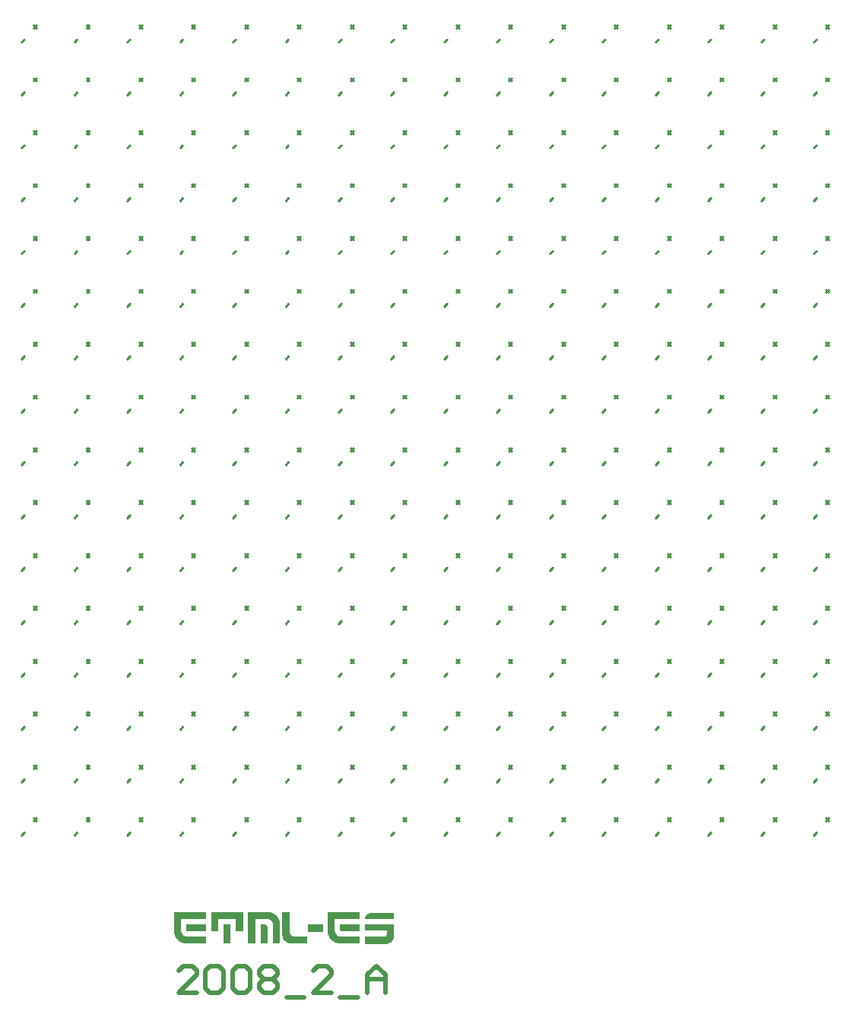
<source format=gbr>
%TF.GenerationSoftware,Altium Limited,Altium Designer,19.1.6 (110)*%
G04 Layer_Color=65535*
%FSLAX43Y43*%
%MOMM*%
%TF.FileFunction,Legend,Top*%
%TF.Part,Single*%
G01*
G75*
%TA.AperFunction,NonConductor*%
%ADD17C,0.254*%
%ADD18C,0.500*%
G36*
X45634Y-3562D02*
X42404D01*
X42408Y-3496D01*
X42412Y-3436D01*
X42423Y-3377D01*
X42438Y-3325D01*
X42456Y-3273D01*
X42478Y-3229D01*
X42526Y-3144D01*
X42586Y-3077D01*
X42652Y-3018D01*
X42723Y-2970D01*
X42797Y-2933D01*
X42871Y-2903D01*
X42941Y-2881D01*
X43008Y-2866D01*
X43067Y-2855D01*
X43115Y-2848D01*
X43156Y-2844D01*
X45634D01*
Y-3562D01*
D02*
G37*
G36*
X41797Y-4925D02*
X39816D01*
X39793Y-4921D01*
X39760Y-4914D01*
X39727Y-4899D01*
X39690Y-4877D01*
X39656Y-4844D01*
X39645Y-4821D01*
X39634Y-4792D01*
X39630Y-4762D01*
X39627Y-4729D01*
Y-4136D01*
X41797D01*
Y-4925D01*
D02*
G37*
G36*
X28832D02*
X28043D01*
Y-3544D01*
X26069D01*
Y-4925D01*
X25280D01*
Y-2755D01*
X28832D01*
Y-4925D01*
D02*
G37*
G36*
X24676D02*
X22695D01*
X22673Y-4921D01*
X22640Y-4914D01*
X22606Y-4899D01*
X22569Y-4877D01*
X22536Y-4844D01*
X22525Y-4821D01*
X22514Y-4792D01*
X22510Y-4762D01*
X22506Y-4729D01*
Y-4136D01*
X24676D01*
Y-4925D01*
D02*
G37*
G36*
X37734Y-5018D02*
X36090D01*
Y-4151D01*
X37734D01*
Y-5018D01*
D02*
G37*
G36*
X41797Y-3544D02*
X39034D01*
Y-3548D01*
Y-3551D01*
Y-3562D01*
Y-3581D01*
Y-3607D01*
Y-3644D01*
Y-3692D01*
Y-3722D01*
Y-3755D01*
Y-3792D01*
Y-3836D01*
Y-3881D01*
Y-3929D01*
Y-3984D01*
Y-4044D01*
Y-4110D01*
Y-4181D01*
Y-4259D01*
Y-4340D01*
Y-4425D01*
Y-4521D01*
Y-4621D01*
Y-4729D01*
Y-4733D01*
Y-4736D01*
Y-4747D01*
Y-4762D01*
X39038Y-4803D01*
X39045Y-4851D01*
X39060Y-4914D01*
X39075Y-4981D01*
X39101Y-5051D01*
X39134Y-5125D01*
X39175Y-5199D01*
X39227Y-5270D01*
X39290Y-5336D01*
X39368Y-5395D01*
X39412Y-5421D01*
X39456Y-5447D01*
X39508Y-5466D01*
X39564Y-5484D01*
X39623Y-5499D01*
X39686Y-5510D01*
X39753Y-5514D01*
X39823Y-5518D01*
X41797D01*
Y-6306D01*
X39786D01*
X39756Y-6303D01*
X39719Y-6299D01*
X39679Y-6295D01*
X39630Y-6292D01*
X39575Y-6281D01*
X39519Y-6269D01*
X39456Y-6258D01*
X39323Y-6225D01*
X39253Y-6199D01*
X39182Y-6173D01*
X39108Y-6144D01*
X39034Y-6110D01*
X38960Y-6069D01*
X38886Y-6025D01*
X38816Y-5977D01*
X38745Y-5921D01*
X38675Y-5862D01*
X38612Y-5795D01*
X38549Y-5721D01*
X38494Y-5640D01*
X38438Y-5555D01*
X38390Y-5458D01*
X38349Y-5358D01*
X38312Y-5251D01*
X38286Y-5133D01*
X38264Y-5007D01*
X38249Y-4873D01*
X38245Y-4729D01*
Y-2755D01*
X41797D01*
Y-3544D01*
D02*
G37*
G36*
X33990Y-4829D02*
Y-4833D01*
Y-4836D01*
Y-4858D01*
X33994Y-4892D01*
X34001Y-4936D01*
X34009Y-4992D01*
X34024Y-5051D01*
X34046Y-5114D01*
X34072Y-5177D01*
X34109Y-5244D01*
X34153Y-5303D01*
X34209Y-5362D01*
X34275Y-5414D01*
X34357Y-5458D01*
X34450Y-5492D01*
X34501Y-5503D01*
X34557Y-5510D01*
X34616Y-5518D01*
X35964D01*
Y-6306D01*
X34283D01*
X34261Y-6303D01*
X34235D01*
X34205Y-6299D01*
X34172Y-6295D01*
X34135Y-6288D01*
X34053Y-6273D01*
X33957Y-6247D01*
X33857Y-6214D01*
X33757Y-6169D01*
X33653Y-6110D01*
X33601Y-6077D01*
X33553Y-6036D01*
X33505Y-5995D01*
X33457Y-5947D01*
X33416Y-5899D01*
X33376Y-5844D01*
X33339Y-5781D01*
X33305Y-5718D01*
X33276Y-5647D01*
X33250Y-5570D01*
X33227Y-5488D01*
X33213Y-5399D01*
X33205Y-5307D01*
X33202Y-5207D01*
Y-2755D01*
X33990D01*
Y-4829D01*
D02*
G37*
G36*
X31617Y-2759D02*
X31742Y-2770D01*
X31861Y-2792D01*
X31968Y-2818D01*
X32072Y-2851D01*
X32165Y-2892D01*
X32253Y-2936D01*
X32335Y-2985D01*
X32409Y-3040D01*
X32476Y-3096D01*
X32539Y-3155D01*
X32594Y-3222D01*
X32646Y-3285D01*
X32690Y-3351D01*
X32735Y-3422D01*
X32768Y-3488D01*
X32802Y-3559D01*
X32831Y-3625D01*
X32853Y-3696D01*
X32876Y-3759D01*
X32909Y-3885D01*
X32920Y-3940D01*
X32931Y-3996D01*
X32939Y-4044D01*
X32942Y-4088D01*
X32950Y-4129D01*
Y-4162D01*
X32953Y-4188D01*
Y-4210D01*
Y-4222D01*
Y-4225D01*
Y-6306D01*
X32165D01*
Y-4225D01*
Y-4162D01*
X32157Y-4107D01*
X32146Y-4051D01*
X32135Y-3999D01*
X32102Y-3910D01*
X32057Y-3833D01*
X32005Y-3766D01*
X31950Y-3710D01*
X31887Y-3666D01*
X31824Y-3629D01*
X31761Y-3599D01*
X31698Y-3581D01*
X31642Y-3566D01*
X31591Y-3555D01*
X31546Y-3548D01*
X31513Y-3544D01*
X30191D01*
Y-6306D01*
X29402D01*
Y-2755D01*
X31483D01*
X31617Y-2759D01*
D02*
G37*
G36*
X31194Y-4140D02*
X31220Y-4144D01*
X31250Y-4155D01*
X31287Y-4166D01*
X31324Y-4184D01*
X31365Y-4207D01*
X31402Y-4233D01*
X31442Y-4270D01*
X31476Y-4314D01*
X31509Y-4366D01*
X31535Y-4429D01*
X31554Y-4499D01*
X31568Y-4581D01*
X31572Y-4677D01*
Y-6306D01*
X30783D01*
Y-4136D01*
X31172D01*
X31194Y-4140D01*
D02*
G37*
G36*
X27450Y-6306D02*
X26661D01*
Y-4136D01*
X27450D01*
Y-6306D01*
D02*
G37*
G36*
X24676Y-3544D02*
X21914D01*
Y-3548D01*
Y-3551D01*
Y-3562D01*
Y-3581D01*
Y-3607D01*
Y-3644D01*
Y-3692D01*
Y-3722D01*
Y-3755D01*
Y-3792D01*
Y-3836D01*
Y-3881D01*
Y-3929D01*
Y-3984D01*
Y-4044D01*
Y-4110D01*
Y-4181D01*
Y-4259D01*
Y-4340D01*
Y-4425D01*
Y-4521D01*
Y-4621D01*
Y-4729D01*
Y-4733D01*
Y-4736D01*
Y-4747D01*
Y-4762D01*
X21918Y-4803D01*
X21925Y-4851D01*
X21940Y-4914D01*
X21955Y-4981D01*
X21980Y-5051D01*
X22014Y-5125D01*
X22055Y-5199D01*
X22106Y-5270D01*
X22169Y-5336D01*
X22247Y-5395D01*
X22292Y-5421D01*
X22336Y-5447D01*
X22388Y-5466D01*
X22443Y-5484D01*
X22503Y-5499D01*
X22566Y-5510D01*
X22632Y-5514D01*
X22703Y-5518D01*
X24676D01*
Y-6306D01*
X22666D01*
X22636Y-6303D01*
X22599Y-6299D01*
X22558Y-6295D01*
X22510Y-6292D01*
X22454Y-6281D01*
X22399Y-6269D01*
X22336Y-6258D01*
X22203Y-6225D01*
X22132Y-6199D01*
X22062Y-6173D01*
X21988Y-6144D01*
X21914Y-6110D01*
X21840Y-6069D01*
X21766Y-6025D01*
X21695Y-5977D01*
X21625Y-5921D01*
X21555Y-5862D01*
X21492Y-5795D01*
X21429Y-5721D01*
X21373Y-5640D01*
X21318Y-5555D01*
X21269Y-5458D01*
X21229Y-5358D01*
X21192Y-5251D01*
X21166Y-5133D01*
X21144Y-5007D01*
X21129Y-4873D01*
X21125Y-4729D01*
Y-2755D01*
X24676D01*
Y-3544D01*
D02*
G37*
G36*
X45622Y-5425D02*
X45619Y-5507D01*
X45611Y-5584D01*
X45600Y-5655D01*
X45582Y-5721D01*
X45560Y-5784D01*
X45534Y-5840D01*
X45504Y-5895D01*
X45474Y-5944D01*
X45441Y-5988D01*
X45404Y-6032D01*
X45322Y-6103D01*
X45237Y-6162D01*
X45152Y-6210D01*
X45063Y-6247D01*
X44978Y-6277D01*
X44900Y-6295D01*
X44830Y-6310D01*
X44767Y-6318D01*
X44745Y-6321D01*
X44723D01*
X44704Y-6325D01*
X42408D01*
Y-5532D01*
X44571Y-5529D01*
X44600Y-5525D01*
X44626Y-5518D01*
X44674Y-5495D01*
X44719Y-5462D01*
X44752Y-5421D01*
X44778Y-5370D01*
X44800Y-5314D01*
X44819Y-5255D01*
X44830Y-5192D01*
X44837Y-5129D01*
X44845Y-5070D01*
X44848Y-5014D01*
Y-4966D01*
Y-4921D01*
X44845Y-4892D01*
Y-4870D01*
Y-4862D01*
X42401D01*
Y-4110D01*
X45622D01*
Y-5425D01*
D02*
G37*
D17*
X5487Y95590D02*
X5811Y95914D01*
X5487D02*
X5811Y95590D01*
X4140Y94028D02*
X4463Y94351D01*
X93723Y7355D02*
X94046Y7678D01*
X93723D02*
X94046Y7355D01*
X92375Y5793D02*
X92699Y6116D01*
X87840Y7355D02*
X88163Y7678D01*
X87840D02*
X88163Y7355D01*
X86493Y5793D02*
X86816Y6116D01*
X81958Y7355D02*
X82281Y7678D01*
X81958D02*
X82281Y7355D01*
X80611Y5793D02*
X80934Y6116D01*
X76075Y7355D02*
X76399Y7678D01*
X76075D02*
X76399Y7355D01*
X74728Y5793D02*
X75052Y6116D01*
X70193Y7355D02*
X70516Y7678D01*
X70193D02*
X70516Y7355D01*
X68846Y5793D02*
X69169Y6116D01*
X64311Y7355D02*
X64634Y7678D01*
X64311D02*
X64634Y7355D01*
X62964Y5793D02*
X63287Y6116D01*
X58428Y7355D02*
X58752Y7678D01*
X58428D02*
X58752Y7355D01*
X57081Y5793D02*
X57405Y6116D01*
X52546Y7355D02*
X52869Y7678D01*
X52546D02*
X52869Y7355D01*
X51199Y5793D02*
X51522Y6116D01*
X46664Y7355D02*
X46987Y7678D01*
X46664D02*
X46987Y7355D01*
X45317Y5793D02*
X45640Y6116D01*
X40781Y7355D02*
X41105Y7678D01*
X40781D02*
X41105Y7355D01*
X39434Y5793D02*
X39758Y6116D01*
X34899Y7355D02*
X35222Y7678D01*
X34899D02*
X35222Y7355D01*
X33552Y5793D02*
X33875Y6116D01*
X29017Y7355D02*
X29340Y7678D01*
X29017D02*
X29340Y7355D01*
X27670Y5793D02*
X27993Y6116D01*
X23134Y7355D02*
X23458Y7678D01*
X23134D02*
X23458Y7355D01*
X21787Y5793D02*
X22111Y6116D01*
X17252Y7355D02*
X17575Y7678D01*
X17252D02*
X17575Y7355D01*
X15905Y5793D02*
X16228Y6116D01*
X11370Y7355D02*
X11693Y7678D01*
X11370D02*
X11693Y7355D01*
X10023Y5793D02*
X10346Y6116D01*
X5487Y7355D02*
X5811Y7678D01*
X5487D02*
X5811Y7355D01*
X4140Y5793D02*
X4463Y6116D01*
X93723Y13237D02*
X94046Y13561D01*
X93723D02*
X94046Y13237D01*
X92375Y11675D02*
X92699Y11998D01*
X87840Y13237D02*
X88163Y13561D01*
X87840D02*
X88163Y13237D01*
X86493Y11675D02*
X86816Y11998D01*
X81958Y13237D02*
X82281Y13561D01*
X81958D02*
X82281Y13237D01*
X80611Y11675D02*
X80934Y11998D01*
X76075Y13237D02*
X76399Y13561D01*
X76075D02*
X76399Y13237D01*
X74728Y11675D02*
X75052Y11998D01*
X70193Y13237D02*
X70516Y13561D01*
X70193D02*
X70516Y13237D01*
X68846Y11675D02*
X69169Y11998D01*
X64311Y13237D02*
X64634Y13561D01*
X64311D02*
X64634Y13237D01*
X62964Y11675D02*
X63287Y11998D01*
X58428Y13237D02*
X58752Y13561D01*
X58428D02*
X58752Y13237D01*
X57081Y11675D02*
X57405Y11998D01*
X52546Y13237D02*
X52869Y13561D01*
X52546D02*
X52869Y13237D01*
X51199Y11675D02*
X51522Y11998D01*
X46664Y13237D02*
X46987Y13561D01*
X46664D02*
X46987Y13237D01*
X45317Y11675D02*
X45640Y11998D01*
X40781Y13237D02*
X41105Y13561D01*
X40781D02*
X41105Y13237D01*
X39434Y11675D02*
X39758Y11998D01*
X34899Y13237D02*
X35222Y13561D01*
X34899D02*
X35222Y13237D01*
X33552Y11675D02*
X33875Y11998D01*
X29017Y13237D02*
X29340Y13561D01*
X29017D02*
X29340Y13237D01*
X27670Y11675D02*
X27993Y11998D01*
X23134Y13237D02*
X23458Y13561D01*
X23134D02*
X23458Y13237D01*
X21787Y11675D02*
X22111Y11998D01*
X17252Y13237D02*
X17575Y13561D01*
X17252D02*
X17575Y13237D01*
X15905Y11675D02*
X16228Y11998D01*
X11370Y13237D02*
X11693Y13561D01*
X11370D02*
X11693Y13237D01*
X10023Y11675D02*
X10346Y11998D01*
X5487Y13237D02*
X5811Y13561D01*
X5487D02*
X5811Y13237D01*
X4140Y11675D02*
X4463Y11998D01*
X93723Y19120D02*
X94046Y19443D01*
X93723D02*
X94046Y19120D01*
X92375Y17557D02*
X92699Y17881D01*
X87840Y19120D02*
X88163Y19443D01*
X87840D02*
X88163Y19120D01*
X86493Y17557D02*
X86816Y17881D01*
X81958Y19120D02*
X82281Y19443D01*
X81958D02*
X82281Y19120D01*
X80611Y17557D02*
X80934Y17881D01*
X76075Y19120D02*
X76399Y19443D01*
X76075D02*
X76399Y19120D01*
X74728Y17557D02*
X75052Y17881D01*
X70193Y19120D02*
X70516Y19443D01*
X70193D02*
X70516Y19120D01*
X68846Y17557D02*
X69169Y17881D01*
X64311Y19120D02*
X64634Y19443D01*
X64311D02*
X64634Y19120D01*
X62964Y17557D02*
X63287Y17881D01*
X58428Y19120D02*
X58752Y19443D01*
X58428D02*
X58752Y19120D01*
X57081Y17557D02*
X57405Y17881D01*
X52546Y19120D02*
X52869Y19443D01*
X52546D02*
X52869Y19120D01*
X51199Y17557D02*
X51522Y17881D01*
X46664Y19120D02*
X46987Y19443D01*
X46664D02*
X46987Y19120D01*
X45317Y17557D02*
X45640Y17881D01*
X40781Y19120D02*
X41105Y19443D01*
X40781D02*
X41105Y19120D01*
X39434Y17557D02*
X39758Y17881D01*
X34899Y19120D02*
X35222Y19443D01*
X34899D02*
X35222Y19120D01*
X33552Y17557D02*
X33875Y17881D01*
X29017Y19120D02*
X29340Y19443D01*
X29017D02*
X29340Y19120D01*
X27670Y17557D02*
X27993Y17881D01*
X23134Y19120D02*
X23458Y19443D01*
X23134D02*
X23458Y19120D01*
X21787Y17557D02*
X22111Y17881D01*
X17252Y19120D02*
X17575Y19443D01*
X17252D02*
X17575Y19120D01*
X15905Y17557D02*
X16228Y17881D01*
X11370Y19120D02*
X11693Y19443D01*
X11370D02*
X11693Y19120D01*
X10023Y17557D02*
X10346Y17881D01*
X5487Y19120D02*
X5811Y19443D01*
X5487D02*
X5811Y19120D01*
X4140Y17557D02*
X4463Y17881D01*
X93723Y25002D02*
X94046Y25325D01*
X93723D02*
X94046Y25002D01*
X92375Y23440D02*
X92699Y23763D01*
X87840Y25002D02*
X88163Y25325D01*
X87840D02*
X88163Y25002D01*
X86493Y23440D02*
X86816Y23763D01*
X81958Y25002D02*
X82281Y25325D01*
X81958D02*
X82281Y25002D01*
X80611Y23440D02*
X80934Y23763D01*
X76075Y25002D02*
X76399Y25325D01*
X76075D02*
X76399Y25002D01*
X74728Y23440D02*
X75052Y23763D01*
X70193Y25002D02*
X70516Y25325D01*
X70193D02*
X70516Y25002D01*
X68846Y23440D02*
X69169Y23763D01*
X64311Y25002D02*
X64634Y25325D01*
X64311D02*
X64634Y25002D01*
X62964Y23440D02*
X63287Y23763D01*
X58428Y25002D02*
X58752Y25325D01*
X58428D02*
X58752Y25002D01*
X57081Y23440D02*
X57405Y23763D01*
X52546Y25002D02*
X52869Y25325D01*
X52546D02*
X52869Y25002D01*
X51199Y23440D02*
X51522Y23763D01*
X46664Y25002D02*
X46987Y25325D01*
X46664D02*
X46987Y25002D01*
X45317Y23440D02*
X45640Y23763D01*
X40781Y25002D02*
X41105Y25325D01*
X40781D02*
X41105Y25002D01*
X39434Y23440D02*
X39758Y23763D01*
X34899Y25002D02*
X35222Y25325D01*
X34899D02*
X35222Y25002D01*
X33552Y23440D02*
X33875Y23763D01*
X29017Y25002D02*
X29340Y25325D01*
X29017D02*
X29340Y25002D01*
X27670Y23440D02*
X27993Y23763D01*
X23134Y25002D02*
X23458Y25325D01*
X23134D02*
X23458Y25002D01*
X21787Y23440D02*
X22111Y23763D01*
X17252Y25002D02*
X17575Y25325D01*
X17252D02*
X17575Y25002D01*
X15905Y23440D02*
X16228Y23763D01*
X11370Y25002D02*
X11693Y25325D01*
X11370D02*
X11693Y25002D01*
X10023Y23440D02*
X10346Y23763D01*
X5487Y25002D02*
X5811Y25325D01*
X5487D02*
X5811Y25002D01*
X4140Y23440D02*
X4463Y23763D01*
X93723Y30885D02*
X94046Y31208D01*
X93723D02*
X94046Y30885D01*
X92375Y29322D02*
X92699Y29645D01*
X87840Y30885D02*
X88163Y31208D01*
X87840D02*
X88163Y30885D01*
X86493Y29322D02*
X86816Y29645D01*
X81958Y30885D02*
X82281Y31208D01*
X81958D02*
X82281Y30885D01*
X80611Y29322D02*
X80934Y29645D01*
X76075Y30885D02*
X76399Y31208D01*
X76075D02*
X76399Y30885D01*
X74728Y29322D02*
X75052Y29645D01*
X70193Y30885D02*
X70516Y31208D01*
X70193D02*
X70516Y30885D01*
X68846Y29322D02*
X69169Y29645D01*
X64311Y30885D02*
X64634Y31208D01*
X64311D02*
X64634Y30885D01*
X62964Y29322D02*
X63287Y29645D01*
X58428Y30885D02*
X58752Y31208D01*
X58428D02*
X58752Y30885D01*
X57081Y29322D02*
X57405Y29645D01*
X52546Y30885D02*
X52869Y31208D01*
X52546D02*
X52869Y30885D01*
X51199Y29322D02*
X51522Y29645D01*
X46664Y30885D02*
X46987Y31208D01*
X46664D02*
X46987Y30885D01*
X45317Y29322D02*
X45640Y29645D01*
X40781Y30885D02*
X41105Y31208D01*
X40781D02*
X41105Y30885D01*
X39434Y29322D02*
X39758Y29645D01*
X34899Y30885D02*
X35222Y31208D01*
X34899D02*
X35222Y30885D01*
X33552Y29322D02*
X33875Y29645D01*
X29017Y30885D02*
X29340Y31208D01*
X29017D02*
X29340Y30885D01*
X27670Y29322D02*
X27993Y29645D01*
X23134Y30885D02*
X23458Y31208D01*
X23134D02*
X23458Y30885D01*
X21787Y29322D02*
X22111Y29645D01*
X17252Y30885D02*
X17575Y31208D01*
X17252D02*
X17575Y30885D01*
X15905Y29322D02*
X16228Y29645D01*
X11370Y30885D02*
X11693Y31208D01*
X11370D02*
X11693Y30885D01*
X10023Y29322D02*
X10346Y29645D01*
X5487Y30885D02*
X5811Y31208D01*
X5487D02*
X5811Y30885D01*
X4140Y29322D02*
X4463Y29645D01*
X93723Y36767D02*
X94046Y37090D01*
X93723D02*
X94046Y36767D01*
X92375Y35204D02*
X92699Y35528D01*
X87840Y36767D02*
X88163Y37090D01*
X87840D02*
X88163Y36767D01*
X86493Y35204D02*
X86816Y35528D01*
X81958Y36767D02*
X82281Y37090D01*
X81958D02*
X82281Y36767D01*
X80611Y35204D02*
X80934Y35528D01*
X76075Y36767D02*
X76399Y37090D01*
X76075D02*
X76399Y36767D01*
X74728Y35204D02*
X75052Y35528D01*
X70193Y36767D02*
X70516Y37090D01*
X70193D02*
X70516Y36767D01*
X68846Y35204D02*
X69169Y35528D01*
X64311Y36767D02*
X64634Y37090D01*
X64311D02*
X64634Y36767D01*
X62964Y35204D02*
X63287Y35528D01*
X58428Y36767D02*
X58752Y37090D01*
X58428D02*
X58752Y36767D01*
X57081Y35204D02*
X57405Y35528D01*
X52546Y36767D02*
X52869Y37090D01*
X52546D02*
X52869Y36767D01*
X51199Y35204D02*
X51522Y35528D01*
X46664Y36767D02*
X46987Y37090D01*
X46664D02*
X46987Y36767D01*
X45317Y35204D02*
X45640Y35528D01*
X40781Y36767D02*
X41105Y37090D01*
X40781D02*
X41105Y36767D01*
X39434Y35204D02*
X39758Y35528D01*
X34899Y36767D02*
X35222Y37090D01*
X34899D02*
X35222Y36767D01*
X33552Y35204D02*
X33875Y35528D01*
X29017Y36767D02*
X29340Y37090D01*
X29017D02*
X29340Y36767D01*
X27670Y35204D02*
X27993Y35528D01*
X23134Y36767D02*
X23458Y37090D01*
X23134D02*
X23458Y36767D01*
X21787Y35204D02*
X22111Y35528D01*
X17252Y36767D02*
X17575Y37090D01*
X17252D02*
X17575Y36767D01*
X15905Y35204D02*
X16228Y35528D01*
X11370Y36767D02*
X11693Y37090D01*
X11370D02*
X11693Y36767D01*
X10023Y35204D02*
X10346Y35528D01*
X5487Y36767D02*
X5811Y37090D01*
X5487D02*
X5811Y36767D01*
X4140Y35204D02*
X4463Y35528D01*
X93723Y42649D02*
X94046Y42973D01*
X93723D02*
X94046Y42649D01*
X92375Y41087D02*
X92699Y41410D01*
X87840Y42649D02*
X88163Y42973D01*
X87840D02*
X88163Y42649D01*
X86493Y41087D02*
X86816Y41410D01*
X81958Y42649D02*
X82281Y42973D01*
X81958D02*
X82281Y42649D01*
X80611Y41087D02*
X80934Y41410D01*
X76075Y42649D02*
X76399Y42973D01*
X76075D02*
X76399Y42649D01*
X74728Y41087D02*
X75052Y41410D01*
X70193Y42649D02*
X70516Y42973D01*
X70193D02*
X70516Y42649D01*
X68846Y41087D02*
X69169Y41410D01*
X64311Y42649D02*
X64634Y42973D01*
X64311D02*
X64634Y42649D01*
X62964Y41087D02*
X63287Y41410D01*
X58428Y42649D02*
X58752Y42973D01*
X58428D02*
X58752Y42649D01*
X57081Y41087D02*
X57405Y41410D01*
X52546Y42649D02*
X52869Y42973D01*
X52546D02*
X52869Y42649D01*
X51199Y41087D02*
X51522Y41410D01*
X46664Y42649D02*
X46987Y42973D01*
X46664D02*
X46987Y42649D01*
X45317Y41087D02*
X45640Y41410D01*
X40781Y42649D02*
X41105Y42973D01*
X40781D02*
X41105Y42649D01*
X39434Y41087D02*
X39758Y41410D01*
X34899Y42649D02*
X35222Y42973D01*
X34899D02*
X35222Y42649D01*
X33552Y41087D02*
X33875Y41410D01*
X29017Y42649D02*
X29340Y42973D01*
X29017D02*
X29340Y42649D01*
X27670Y41087D02*
X27993Y41410D01*
X23134Y42649D02*
X23458Y42973D01*
X23134D02*
X23458Y42649D01*
X21787Y41087D02*
X22111Y41410D01*
X17252Y42649D02*
X17575Y42973D01*
X17252D02*
X17575Y42649D01*
X15905Y41087D02*
X16228Y41410D01*
X11370Y42649D02*
X11693Y42973D01*
X11370D02*
X11693Y42649D01*
X10023Y41087D02*
X10346Y41410D01*
X5487Y42649D02*
X5811Y42973D01*
X5487D02*
X5811Y42649D01*
X4140Y41087D02*
X4463Y41410D01*
X93723Y48532D02*
X94046Y48855D01*
X93723D02*
X94046Y48532D01*
X92375Y46969D02*
X92699Y47292D01*
X87840Y48532D02*
X88163Y48855D01*
X87840D02*
X88163Y48532D01*
X86493Y46969D02*
X86816Y47292D01*
X81958Y48532D02*
X82281Y48855D01*
X81958D02*
X82281Y48532D01*
X80611Y46969D02*
X80934Y47292D01*
X76075Y48532D02*
X76399Y48855D01*
X76075D02*
X76399Y48532D01*
X74728Y46969D02*
X75052Y47292D01*
X70193Y48532D02*
X70516Y48855D01*
X70193D02*
X70516Y48532D01*
X68846Y46969D02*
X69169Y47292D01*
X64311Y48532D02*
X64634Y48855D01*
X64311D02*
X64634Y48532D01*
X62964Y46969D02*
X63287Y47292D01*
X58428Y48532D02*
X58752Y48855D01*
X58428D02*
X58752Y48532D01*
X57081Y46969D02*
X57405Y47292D01*
X52546Y48532D02*
X52869Y48855D01*
X52546D02*
X52869Y48532D01*
X51199Y46969D02*
X51522Y47292D01*
X46664Y48532D02*
X46987Y48855D01*
X46664D02*
X46987Y48532D01*
X45317Y46969D02*
X45640Y47292D01*
X40781Y48532D02*
X41105Y48855D01*
X40781D02*
X41105Y48532D01*
X39434Y46969D02*
X39758Y47292D01*
X34899Y48532D02*
X35222Y48855D01*
X34899D02*
X35222Y48532D01*
X33552Y46969D02*
X33875Y47292D01*
X29017Y48532D02*
X29340Y48855D01*
X29017D02*
X29340Y48532D01*
X27670Y46969D02*
X27993Y47292D01*
X23134Y48532D02*
X23458Y48855D01*
X23134D02*
X23458Y48532D01*
X21787Y46969D02*
X22111Y47292D01*
X17252Y48532D02*
X17575Y48855D01*
X17252D02*
X17575Y48532D01*
X15905Y46969D02*
X16228Y47292D01*
X11370Y48532D02*
X11693Y48855D01*
X11370D02*
X11693Y48532D01*
X10023Y46969D02*
X10346Y47292D01*
X5487Y48532D02*
X5811Y48855D01*
X5487D02*
X5811Y48532D01*
X4140Y46969D02*
X4463Y47292D01*
X93723Y54414D02*
X94046Y54737D01*
X93723D02*
X94046Y54414D01*
X92375Y52851D02*
X92699Y53175D01*
X87840Y54414D02*
X88163Y54737D01*
X87840D02*
X88163Y54414D01*
X86493Y52851D02*
X86816Y53175D01*
X81958Y54414D02*
X82281Y54737D01*
X81958D02*
X82281Y54414D01*
X80611Y52851D02*
X80934Y53175D01*
X76075Y54414D02*
X76399Y54737D01*
X76075D02*
X76399Y54414D01*
X74728Y52851D02*
X75052Y53175D01*
X70193Y54414D02*
X70516Y54737D01*
X70193D02*
X70516Y54414D01*
X68846Y52851D02*
X69169Y53175D01*
X64311Y54414D02*
X64634Y54737D01*
X64311D02*
X64634Y54414D01*
X62964Y52851D02*
X63287Y53175D01*
X58428Y54414D02*
X58752Y54737D01*
X58428D02*
X58752Y54414D01*
X57081Y52851D02*
X57405Y53175D01*
X52546Y54414D02*
X52869Y54737D01*
X52546D02*
X52869Y54414D01*
X51199Y52851D02*
X51522Y53175D01*
X46664Y54414D02*
X46987Y54737D01*
X46664D02*
X46987Y54414D01*
X45317Y52851D02*
X45640Y53175D01*
X40781Y54414D02*
X41105Y54737D01*
X40781D02*
X41105Y54414D01*
X39434Y52851D02*
X39758Y53175D01*
X34899Y54414D02*
X35222Y54737D01*
X34899D02*
X35222Y54414D01*
X33552Y52851D02*
X33875Y53175D01*
X29017Y54414D02*
X29340Y54737D01*
X29017D02*
X29340Y54414D01*
X27670Y52851D02*
X27993Y53175D01*
X23134Y54414D02*
X23458Y54737D01*
X23134D02*
X23458Y54414D01*
X21787Y52851D02*
X22111Y53175D01*
X17252Y54414D02*
X17575Y54737D01*
X17252D02*
X17575Y54414D01*
X15905Y52851D02*
X16228Y53175D01*
X11370Y54414D02*
X11693Y54737D01*
X11370D02*
X11693Y54414D01*
X10023Y52851D02*
X10346Y53175D01*
X5487Y54414D02*
X5811Y54737D01*
X5487D02*
X5811Y54414D01*
X4140Y52851D02*
X4463Y53175D01*
X93723Y60296D02*
X94046Y60620D01*
X93723D02*
X94046Y60296D01*
X92375Y58734D02*
X92699Y59057D01*
X87840Y60296D02*
X88163Y60620D01*
X87840D02*
X88163Y60296D01*
X86493Y58734D02*
X86816Y59057D01*
X81958Y60296D02*
X82281Y60620D01*
X81958D02*
X82281Y60296D01*
X80611Y58734D02*
X80934Y59057D01*
X76075Y60296D02*
X76399Y60620D01*
X76075D02*
X76399Y60296D01*
X74728Y58734D02*
X75052Y59057D01*
X70193Y60296D02*
X70516Y60620D01*
X70193D02*
X70516Y60296D01*
X68846Y58734D02*
X69169Y59057D01*
X64311Y60296D02*
X64634Y60620D01*
X64311D02*
X64634Y60296D01*
X62964Y58734D02*
X63287Y59057D01*
X58428Y60296D02*
X58752Y60620D01*
X58428D02*
X58752Y60296D01*
X57081Y58734D02*
X57405Y59057D01*
X52546Y60296D02*
X52869Y60620D01*
X52546D02*
X52869Y60296D01*
X51199Y58734D02*
X51522Y59057D01*
X46664Y60296D02*
X46987Y60620D01*
X46664D02*
X46987Y60296D01*
X45317Y58734D02*
X45640Y59057D01*
X40781Y60296D02*
X41105Y60620D01*
X40781D02*
X41105Y60296D01*
X39434Y58734D02*
X39758Y59057D01*
X34899Y60296D02*
X35222Y60620D01*
X34899D02*
X35222Y60296D01*
X33552Y58734D02*
X33875Y59057D01*
X29017Y60296D02*
X29340Y60620D01*
X29017D02*
X29340Y60296D01*
X27670Y58734D02*
X27993Y59057D01*
X23134Y60296D02*
X23458Y60620D01*
X23134D02*
X23458Y60296D01*
X21787Y58734D02*
X22111Y59057D01*
X17252Y60296D02*
X17575Y60620D01*
X17252D02*
X17575Y60296D01*
X15905Y58734D02*
X16228Y59057D01*
X11370Y60296D02*
X11693Y60620D01*
X11370D02*
X11693Y60296D01*
X10023Y58734D02*
X10346Y59057D01*
X5487Y60296D02*
X5811Y60620D01*
X5487D02*
X5811Y60296D01*
X4140Y58734D02*
X4463Y59057D01*
X93723Y66179D02*
X94046Y66502D01*
X93723D02*
X94046Y66179D01*
X92375Y64616D02*
X92699Y64939D01*
X87840Y66179D02*
X88163Y66502D01*
X87840D02*
X88163Y66179D01*
X86493Y64616D02*
X86816Y64939D01*
X81958Y66179D02*
X82281Y66502D01*
X81958D02*
X82281Y66179D01*
X80611Y64616D02*
X80934Y64939D01*
X76075Y66179D02*
X76399Y66502D01*
X76075D02*
X76399Y66179D01*
X74728Y64616D02*
X75052Y64939D01*
X70193Y66179D02*
X70516Y66502D01*
X70193D02*
X70516Y66179D01*
X68846Y64616D02*
X69169Y64939D01*
X64311Y66179D02*
X64634Y66502D01*
X64311D02*
X64634Y66179D01*
X62964Y64616D02*
X63287Y64939D01*
X58428Y66179D02*
X58752Y66502D01*
X58428D02*
X58752Y66179D01*
X57081Y64616D02*
X57405Y64939D01*
X52546Y66179D02*
X52869Y66502D01*
X52546D02*
X52869Y66179D01*
X51199Y64616D02*
X51522Y64939D01*
X46664Y66179D02*
X46987Y66502D01*
X46664D02*
X46987Y66179D01*
X45317Y64616D02*
X45640Y64939D01*
X40781Y66179D02*
X41105Y66502D01*
X40781D02*
X41105Y66179D01*
X39434Y64616D02*
X39758Y64939D01*
X34899Y66179D02*
X35222Y66502D01*
X34899D02*
X35222Y66179D01*
X33552Y64616D02*
X33875Y64939D01*
X29017Y66179D02*
X29340Y66502D01*
X29017D02*
X29340Y66179D01*
X27670Y64616D02*
X27993Y64939D01*
X23134Y66179D02*
X23458Y66502D01*
X23134D02*
X23458Y66179D01*
X21787Y64616D02*
X22111Y64939D01*
X17252Y66179D02*
X17575Y66502D01*
X17252D02*
X17575Y66179D01*
X15905Y64616D02*
X16228Y64939D01*
X11370Y66179D02*
X11693Y66502D01*
X11370D02*
X11693Y66179D01*
X10023Y64616D02*
X10346Y64939D01*
X5487Y66179D02*
X5811Y66502D01*
X5487D02*
X5811Y66179D01*
X4140Y64616D02*
X4463Y64939D01*
X93723Y72061D02*
X94046Y72384D01*
X93723D02*
X94046Y72061D01*
X92375Y70498D02*
X92699Y70822D01*
X87840Y72061D02*
X88163Y72384D01*
X87840D02*
X88163Y72061D01*
X86493Y70498D02*
X86816Y70822D01*
X81958Y72061D02*
X82281Y72384D01*
X81958D02*
X82281Y72061D01*
X80611Y70498D02*
X80934Y70822D01*
X76075Y72061D02*
X76399Y72384D01*
X76075D02*
X76399Y72061D01*
X74728Y70498D02*
X75052Y70822D01*
X70193Y72061D02*
X70516Y72384D01*
X70193D02*
X70516Y72061D01*
X68846Y70498D02*
X69169Y70822D01*
X64311Y72061D02*
X64634Y72384D01*
X64311D02*
X64634Y72061D01*
X62964Y70498D02*
X63287Y70822D01*
X58428Y72061D02*
X58752Y72384D01*
X58428D02*
X58752Y72061D01*
X57081Y70498D02*
X57405Y70822D01*
X52546Y72061D02*
X52869Y72384D01*
X52546D02*
X52869Y72061D01*
X51199Y70498D02*
X51522Y70822D01*
X46664Y72061D02*
X46987Y72384D01*
X46664D02*
X46987Y72061D01*
X45317Y70498D02*
X45640Y70822D01*
X40781Y72061D02*
X41105Y72384D01*
X40781D02*
X41105Y72061D01*
X39434Y70498D02*
X39758Y70822D01*
X34899Y72061D02*
X35222Y72384D01*
X34899D02*
X35222Y72061D01*
X33552Y70498D02*
X33875Y70822D01*
X29017Y72061D02*
X29340Y72384D01*
X29017D02*
X29340Y72061D01*
X27670Y70498D02*
X27993Y70822D01*
X23134Y72061D02*
X23458Y72384D01*
X23134D02*
X23458Y72061D01*
X21787Y70498D02*
X22111Y70822D01*
X17252Y72061D02*
X17575Y72384D01*
X17252D02*
X17575Y72061D01*
X15905Y70498D02*
X16228Y70822D01*
X11370Y72061D02*
X11693Y72384D01*
X11370D02*
X11693Y72061D01*
X10023Y70498D02*
X10346Y70822D01*
X5487Y72061D02*
X5811Y72384D01*
X5487D02*
X5811Y72061D01*
X4140Y70498D02*
X4463Y70822D01*
X93723Y77943D02*
X94046Y78267D01*
X93723D02*
X94046Y77943D01*
X92375Y76381D02*
X92699Y76704D01*
X87840Y77943D02*
X88163Y78267D01*
X87840D02*
X88163Y77943D01*
X86493Y76381D02*
X86816Y76704D01*
X81958Y77943D02*
X82281Y78267D01*
X81958D02*
X82281Y77943D01*
X80611Y76381D02*
X80934Y76704D01*
X76075Y77943D02*
X76399Y78267D01*
X76075D02*
X76399Y77943D01*
X74728Y76381D02*
X75052Y76704D01*
X70193Y77943D02*
X70516Y78267D01*
X70193D02*
X70516Y77943D01*
X68846Y76381D02*
X69169Y76704D01*
X64311Y77943D02*
X64634Y78267D01*
X64311D02*
X64634Y77943D01*
X62964Y76381D02*
X63287Y76704D01*
X58428Y77943D02*
X58752Y78267D01*
X58428D02*
X58752Y77943D01*
X57081Y76381D02*
X57405Y76704D01*
X52546Y77943D02*
X52869Y78267D01*
X52546D02*
X52869Y77943D01*
X51199Y76381D02*
X51522Y76704D01*
X46664Y77943D02*
X46987Y78267D01*
X46664D02*
X46987Y77943D01*
X45317Y76381D02*
X45640Y76704D01*
X40781Y77943D02*
X41105Y78267D01*
X40781D02*
X41105Y77943D01*
X39434Y76381D02*
X39758Y76704D01*
X34899Y77943D02*
X35222Y78267D01*
X34899D02*
X35222Y77943D01*
X33552Y76381D02*
X33875Y76704D01*
X29017Y77943D02*
X29340Y78267D01*
X29017D02*
X29340Y77943D01*
X27670Y76381D02*
X27993Y76704D01*
X23134Y77943D02*
X23458Y78267D01*
X23134D02*
X23458Y77943D01*
X21787Y76381D02*
X22111Y76704D01*
X17252Y77943D02*
X17575Y78267D01*
X17252D02*
X17575Y77943D01*
X15905Y76381D02*
X16228Y76704D01*
X11370Y77943D02*
X11693Y78267D01*
X11370D02*
X11693Y77943D01*
X10023Y76381D02*
X10346Y76704D01*
X5487Y77943D02*
X5811Y78267D01*
X5487D02*
X5811Y77943D01*
X4140Y76381D02*
X4463Y76704D01*
X93723Y83826D02*
X94046Y84149D01*
X93723D02*
X94046Y83826D01*
X92375Y82263D02*
X92699Y82586D01*
X87840Y83826D02*
X88163Y84149D01*
X87840D02*
X88163Y83826D01*
X86493Y82263D02*
X86816Y82586D01*
X81958Y83826D02*
X82281Y84149D01*
X81958D02*
X82281Y83826D01*
X80611Y82263D02*
X80934Y82586D01*
X76075Y83826D02*
X76399Y84149D01*
X76075D02*
X76399Y83826D01*
X74728Y82263D02*
X75052Y82586D01*
X70193Y83826D02*
X70516Y84149D01*
X70193D02*
X70516Y83826D01*
X68846Y82263D02*
X69169Y82586D01*
X64311Y83826D02*
X64634Y84149D01*
X64311D02*
X64634Y83826D01*
X62964Y82263D02*
X63287Y82586D01*
X58428Y83826D02*
X58752Y84149D01*
X58428D02*
X58752Y83826D01*
X57081Y82263D02*
X57405Y82586D01*
X52546Y83826D02*
X52869Y84149D01*
X52546D02*
X52869Y83826D01*
X51199Y82263D02*
X51522Y82586D01*
X46664Y83826D02*
X46987Y84149D01*
X46664D02*
X46987Y83826D01*
X45317Y82263D02*
X45640Y82586D01*
X40781Y83826D02*
X41105Y84149D01*
X40781D02*
X41105Y83826D01*
X39434Y82263D02*
X39758Y82586D01*
X34899Y83826D02*
X35222Y84149D01*
X34899D02*
X35222Y83826D01*
X33552Y82263D02*
X33875Y82586D01*
X29017Y83826D02*
X29340Y84149D01*
X29017D02*
X29340Y83826D01*
X27670Y82263D02*
X27993Y82586D01*
X23134Y83826D02*
X23458Y84149D01*
X23134D02*
X23458Y83826D01*
X21787Y82263D02*
X22111Y82586D01*
X17252Y83826D02*
X17575Y84149D01*
X17252D02*
X17575Y83826D01*
X15905Y82263D02*
X16228Y82586D01*
X11370Y83826D02*
X11693Y84149D01*
X11370D02*
X11693Y83826D01*
X10023Y82263D02*
X10346Y82586D01*
X5487Y83826D02*
X5811Y84149D01*
X5487D02*
X5811Y83826D01*
X4140Y82263D02*
X4463Y82586D01*
X93723Y89708D02*
X94046Y90031D01*
X93723D02*
X94046Y89708D01*
X92375Y88145D02*
X92699Y88469D01*
X87840Y89708D02*
X88163Y90031D01*
X87840D02*
X88163Y89708D01*
X86493Y88145D02*
X86816Y88469D01*
X81958Y89708D02*
X82281Y90031D01*
X81958D02*
X82281Y89708D01*
X80611Y88145D02*
X80934Y88469D01*
X76075Y89708D02*
X76399Y90031D01*
X76075D02*
X76399Y89708D01*
X74728Y88145D02*
X75052Y88469D01*
X70193Y89708D02*
X70516Y90031D01*
X70193D02*
X70516Y89708D01*
X68846Y88145D02*
X69169Y88469D01*
X64311Y89708D02*
X64634Y90031D01*
X64311D02*
X64634Y89708D01*
X62964Y88145D02*
X63287Y88469D01*
X58428Y89708D02*
X58752Y90031D01*
X58428D02*
X58752Y89708D01*
X57081Y88145D02*
X57405Y88469D01*
X52546Y89708D02*
X52869Y90031D01*
X52546D02*
X52869Y89708D01*
X51199Y88145D02*
X51522Y88469D01*
X46664Y89708D02*
X46987Y90031D01*
X46664D02*
X46987Y89708D01*
X45317Y88145D02*
X45640Y88469D01*
X40781Y89708D02*
X41105Y90031D01*
X40781D02*
X41105Y89708D01*
X39434Y88145D02*
X39758Y88469D01*
X34899Y89708D02*
X35222Y90031D01*
X34899D02*
X35222Y89708D01*
X33552Y88145D02*
X33875Y88469D01*
X29017Y89708D02*
X29340Y90031D01*
X29017D02*
X29340Y89708D01*
X27670Y88145D02*
X27993Y88469D01*
X23134Y89708D02*
X23458Y90031D01*
X23134D02*
X23458Y89708D01*
X21787Y88145D02*
X22111Y88469D01*
X17252Y89708D02*
X17575Y90031D01*
X17252D02*
X17575Y89708D01*
X15905Y88145D02*
X16228Y88469D01*
X11370Y89708D02*
X11693Y90031D01*
X11370D02*
X11693Y89708D01*
X10023Y88145D02*
X10346Y88469D01*
X5487Y89708D02*
X5811Y90031D01*
X5487D02*
X5811Y89708D01*
X4140Y88145D02*
X4463Y88469D01*
X93723Y95590D02*
X94046Y95914D01*
X93723D02*
X94046Y95590D01*
X92375Y94028D02*
X92699Y94351D01*
X87840Y95590D02*
X88163Y95914D01*
X87840D02*
X88163Y95590D01*
X86493Y94028D02*
X86816Y94351D01*
X81958Y95590D02*
X82281Y95914D01*
X81958D02*
X82281Y95590D01*
X80611Y94028D02*
X80934Y94351D01*
X76075Y95590D02*
X76399Y95914D01*
X76075D02*
X76399Y95590D01*
X74728Y94028D02*
X75052Y94351D01*
X70193Y95590D02*
X70516Y95914D01*
X70193D02*
X70516Y95590D01*
X68846Y94028D02*
X69169Y94351D01*
X64311Y95590D02*
X64634Y95914D01*
X64311D02*
X64634Y95590D01*
X62964Y94028D02*
X63287Y94351D01*
X58428Y95590D02*
X58752Y95914D01*
X58428D02*
X58752Y95590D01*
X57081Y94028D02*
X57405Y94351D01*
X52546Y95590D02*
X52869Y95914D01*
X52546D02*
X52869Y95590D01*
X51199Y94028D02*
X51522Y94351D01*
X46664Y95590D02*
X46987Y95914D01*
X46664D02*
X46987Y95590D01*
X45317Y94028D02*
X45640Y94351D01*
X40781Y95590D02*
X41105Y95914D01*
X40781D02*
X41105Y95590D01*
X39434Y94028D02*
X39758Y94351D01*
X34899Y95590D02*
X35222Y95914D01*
X34899D02*
X35222Y95590D01*
X33552Y94028D02*
X33875Y94351D01*
X29017Y95590D02*
X29340Y95914D01*
X29017D02*
X29340Y95590D01*
X27670Y94028D02*
X27993Y94351D01*
X23134Y95590D02*
X23458Y95914D01*
X23134D02*
X23458Y95590D01*
X21787Y94028D02*
X22111Y94351D01*
X17252Y95590D02*
X17575Y95914D01*
X17252D02*
X17575Y95590D01*
X15905Y94028D02*
X16228Y94351D01*
X11370Y95590D02*
X11693Y95914D01*
X11370D02*
X11693Y95590D01*
X10023Y94028D02*
X10346Y94351D01*
D18*
X23649Y-11775D02*
X21650D01*
X23649Y-9776D01*
Y-9276D01*
X23150Y-8776D01*
X22150D01*
X21650Y-9276D01*
X24649D02*
X25149Y-8776D01*
X26149D01*
X26648Y-9276D01*
Y-11275D01*
X26149Y-11775D01*
X25149D01*
X24649Y-11275D01*
Y-9276D01*
X27648D02*
X28148Y-8776D01*
X29148D01*
X29647Y-9276D01*
Y-11275D01*
X29148Y-11775D01*
X28148D01*
X27648Y-11275D01*
Y-9276D01*
X30647D02*
X31147Y-8776D01*
X32147D01*
X32646Y-9276D01*
Y-9776D01*
X32147Y-10276D01*
X32646Y-10775D01*
Y-11275D01*
X32147Y-11775D01*
X31147D01*
X30647Y-11275D01*
Y-10775D01*
X31147Y-10276D01*
X30647Y-9776D01*
Y-9276D01*
X31147Y-10276D02*
X32147D01*
X33646Y-12275D02*
X35645D01*
X38645Y-11775D02*
X36645D01*
X38645Y-9776D01*
Y-9276D01*
X38145Y-8776D01*
X37145D01*
X36645Y-9276D01*
X39644Y-12275D02*
X41644D01*
X42643Y-11775D02*
Y-9776D01*
X43643Y-8776D01*
X44643Y-9776D01*
Y-11775D01*
Y-10276D01*
X42643D01*
%TF.MD5,6d54804d9f42c18220460ddae706c5fd*%
M02*

</source>
